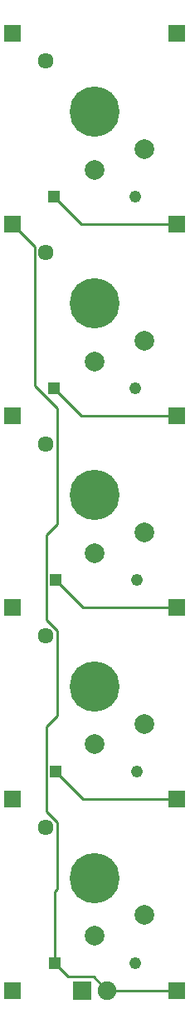
<source format=gbl>
G04*
G04 #@! TF.GenerationSoftware,Altium Limited,Altium Designer,20.2.4 (192)*
G04*
G04 Layer_Physical_Order=2*
G04 Layer_Color=16711680*
%FSLAX44Y44*%
%MOMM*%
G71*
G04*
G04 #@! TF.SameCoordinates,56F664F7-557E-4C23-82A4-073EF7048267*
G04*
G04*
G04 #@! TF.FilePolarity,Positive*
G04*
G01*
G75*
%ADD12C,0.2540*%
%ADD22R,1.7000X1.7000*%
%ADD23C,1.9000*%
%ADD24R,1.9000X1.9000*%
%ADD25R,1.2380X1.2380*%
%ADD26C,1.2380*%
%ADD27C,2.0000*%
%ADD28C,1.6100*%
%ADD29C,5.1000*%
D12*
X845598Y313686D02*
X856702Y302582D01*
X845598Y508250D02*
X856702Y497146D01*
X811530Y910336D02*
X833998Y887868D01*
X856702Y235167D02*
Y302582D01*
Y410968D02*
Y497146D01*
X833998Y746484D02*
Y887868D01*
X853890Y232355D02*
X856702Y235167D01*
X845598Y399864D02*
X856702Y410968D01*
X845598Y594428D02*
X856702Y605532D01*
X833998Y746484D02*
X856702Y723780D01*
X853890Y160020D02*
Y232355D01*
X845598Y313686D02*
Y399864D01*
Y508250D02*
Y594428D01*
X856702Y605532D02*
Y723780D01*
X894214Y145846D02*
X907980Y132080D01*
X868064Y145846D02*
X894214D01*
X853890Y160020D02*
X868064Y145846D01*
X907980Y132080D02*
X979170D01*
X881760Y910336D02*
X979170D01*
X853820Y938276D02*
X881760Y910336D01*
Y715772D02*
X979170D01*
X853820Y743712D02*
X881760Y715772D01*
X883030Y521208D02*
X979170D01*
X855090Y549148D02*
X883030Y521208D01*
Y326644D02*
X979170D01*
X855090Y354584D02*
X883030Y326644D01*
D22*
X811530Y132080D02*
D03*
X979170D02*
D03*
Y521208D02*
D03*
Y326644D02*
D03*
X811530Y715772D02*
D03*
X979170D02*
D03*
X811530Y326644D02*
D03*
Y521208D02*
D03*
X979170Y910336D02*
D03*
X811530D02*
D03*
X979170Y1104900D02*
D03*
X811530D02*
D03*
D23*
X907980Y132080D02*
D03*
D24*
X882580D02*
D03*
D25*
X853820Y743712D02*
D03*
X853890Y160020D02*
D03*
X853820Y938276D02*
D03*
X855090Y549148D02*
D03*
Y354584D02*
D03*
D26*
X936740Y743712D02*
D03*
X936810Y160020D02*
D03*
X936740Y938276D02*
D03*
X938010Y549148D02*
D03*
Y354584D02*
D03*
D27*
X945350Y792072D02*
D03*
X895350Y771072D02*
D03*
Y965636D02*
D03*
X945350Y986636D02*
D03*
X895350Y576508D02*
D03*
X945350Y597508D02*
D03*
Y402944D02*
D03*
X895350Y381944D02*
D03*
Y187380D02*
D03*
X945350Y208380D02*
D03*
D28*
X845350Y881572D02*
D03*
Y1076136D02*
D03*
Y687008D02*
D03*
Y492444D02*
D03*
Y297880D02*
D03*
D29*
X895350Y830072D02*
D03*
Y1024636D02*
D03*
Y635508D02*
D03*
Y440944D02*
D03*
Y246380D02*
D03*
M02*

</source>
